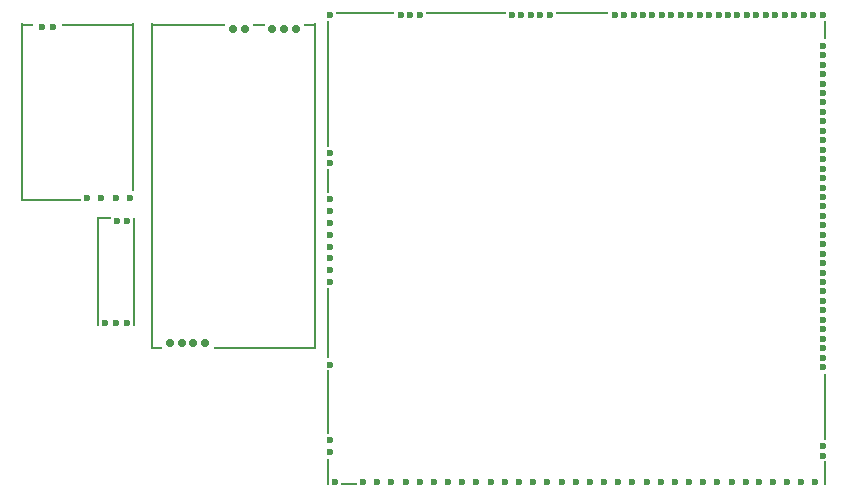
<source format=gbl>
G04 #@! TF.GenerationSoftware,KiCad,Pcbnew,8.0.9-8.0.9-0~ubuntu24.04.1*
G04 #@! TF.CreationDate,2025-05-16T08:34:18+00:00*
G04 #@! TF.ProjectId,EP91Starlet,45503931-5374-4617-926c-65742e6b6963,rev?*
G04 #@! TF.SameCoordinates,Original*
G04 #@! TF.FileFunction,Copper,L2,Bot*
G04 #@! TF.FilePolarity,Positive*
%FSLAX46Y46*%
G04 Gerber Fmt 4.6, Leading zero omitted, Abs format (unit mm)*
G04 Created by KiCad (PCBNEW 8.0.9-8.0.9-0~ubuntu24.04.1) date 2025-05-16 08:34:18*
%MOMM*%
%LPD*%
G01*
G04 APERTURE LIST*
G04 #@! TA.AperFunction,ComponentPad*
%ADD10C,0.600000*%
G04 #@! TD*
G04 #@! TA.AperFunction,SMDPad,CuDef*
%ADD11R,6.185000X0.250000*%
G04 #@! TD*
G04 #@! TA.AperFunction,SMDPad,CuDef*
%ADD12R,1.115000X0.250000*%
G04 #@! TD*
G04 #@! TA.AperFunction,SMDPad,CuDef*
%ADD13R,0.250000X14.275000*%
G04 #@! TD*
G04 #@! TA.AperFunction,SMDPad,CuDef*
%ADD14R,0.250000X15.100000*%
G04 #@! TD*
G04 #@! TA.AperFunction,SMDPad,CuDef*
%ADD15R,5.175000X0.250000*%
G04 #@! TD*
G04 #@! TA.AperFunction,SMDPad,CuDef*
%ADD16O,1.225000X0.200000*%
G04 #@! TD*
G04 #@! TA.AperFunction,SMDPad,CuDef*
%ADD17O,0.200000X9.300000*%
G04 #@! TD*
G04 #@! TA.AperFunction,SMDPad,CuDef*
%ADD18R,0.200000X2.300000*%
G04 #@! TD*
G04 #@! TA.AperFunction,SMDPad,CuDef*
%ADD19R,0.200000X10.700000*%
G04 #@! TD*
G04 #@! TA.AperFunction,SMDPad,CuDef*
%ADD20R,0.200000X2.100000*%
G04 #@! TD*
G04 #@! TA.AperFunction,SMDPad,CuDef*
%ADD21R,0.200000X6.000000*%
G04 #@! TD*
G04 #@! TA.AperFunction,SMDPad,CuDef*
%ADD22R,0.200000X5.400000*%
G04 #@! TD*
G04 #@! TA.AperFunction,SMDPad,CuDef*
%ADD23R,1.400000X0.200000*%
G04 #@! TD*
G04 #@! TA.AperFunction,SMDPad,CuDef*
%ADD24R,5.000000X0.200000*%
G04 #@! TD*
G04 #@! TA.AperFunction,SMDPad,CuDef*
%ADD25R,6.800000X0.200000*%
G04 #@! TD*
G04 #@! TA.AperFunction,SMDPad,CuDef*
%ADD26R,4.500000X0.200000*%
G04 #@! TD*
G04 #@! TA.AperFunction,SMDPad,CuDef*
%ADD27R,0.200000X1.600000*%
G04 #@! TD*
G04 #@! TA.AperFunction,SMDPad,CuDef*
%ADD28R,0.200000X5.700000*%
G04 #@! TD*
G04 #@! TA.AperFunction,SMDPad,CuDef*
%ADD29R,0.200000X2.000000*%
G04 #@! TD*
G04 #@! TA.AperFunction,ComponentPad*
%ADD30C,0.700000*%
G04 #@! TD*
G04 #@! TA.AperFunction,SMDPad,CuDef*
%ADD31R,1.100000X0.250000*%
G04 #@! TD*
G04 #@! TA.AperFunction,SMDPad,CuDef*
%ADD32R,0.980000X0.250000*%
G04 #@! TD*
G04 #@! TA.AperFunction,SMDPad,CuDef*
%ADD33R,6.300000X0.250000*%
G04 #@! TD*
G04 #@! TA.AperFunction,SMDPad,CuDef*
%ADD34R,0.250000X27.600000*%
G04 #@! TD*
G04 #@! TA.AperFunction,SMDPad,CuDef*
%ADD35R,8.750000X0.250000*%
G04 #@! TD*
G04 #@! TA.AperFunction,SMDPad,CuDef*
%ADD36R,0.950000X0.250000*%
G04 #@! TD*
G04 APERTURE END LIST*
D10*
G04 #@! TO.P,M3,E1,HALL_EN*
G04 #@! TO.N,unconnected-(M3-HALL_EN-PadE1)*
X30180001Y53830000D03*
G04 #@! TO.P,M3,E2,NC*
G04 #@! TO.N,unconnected-(M3-NC-PadE2)*
X28980001Y53830000D03*
G04 #@! TO.P,M3,E3,OUT*
G04 #@! TO.N,unconnected-(M3-OUT-PadE3)*
X31380001Y53830000D03*
G04 #@! TO.P,M3,E4,V5_IN*
G04 #@! TO.N,unconnected-(M3-V5_IN-PadE4)*
X32580001Y53830000D03*
D11*
G04 #@! TO.P,M3,G,GND*
G04 #@! TO.N,unconnected-(M3-GND-PadG)*
X29912501Y68480000D03*
D12*
X23862501Y68480000D03*
D13*
X32880001Y61467500D03*
D14*
X23430001Y61055000D03*
D15*
X25892501Y53630000D03*
D10*
G04 #@! TO.P,M3,W1,VR-/HALL*
G04 #@! TO.N,unconnected-(M3-VR-{slash}HALL-PadW1)*
X26120001Y68255000D03*
G04 #@! TO.P,M3,W2,VR+*
G04 #@! TO.N,unconnected-(M3-VR+-PadW2)*
X25120001Y68255000D03*
G04 #@! TD*
G04 #@! TO.P,M4,E1,V5A*
G04 #@! TO.N,unconnected-(M4-V5A-PadE1)*
X32379998Y43180000D03*
D16*
G04 #@! TO.P,M4,E2,GND*
G04 #@! TO.N,unconnected-(M4-GND-PadE2)*
X30404998Y52080000D03*
D17*
X32979998Y47530000D03*
X29879998Y47530000D03*
D10*
X31429998Y43180000D03*
G04 #@! TO.P,M4,E3,OUT_KNOCK*
G04 #@! TO.N,unconnected-(M4-OUT_KNOCK-PadE3)*
X30480000Y43180000D03*
G04 #@! TO.P,M4,W1,IN_KNOCK*
G04 #@! TO.N,unconnected-(M4-IN_KNOCK-PadW1)*
X31479998Y51880000D03*
G04 #@! TO.P,M4,W2,VREF*
G04 #@! TO.N,unconnected-(M4-VREF-PadW2)*
X32379998Y51880000D03*
G04 #@! TD*
G04 #@! TO.P,M1,E1,SPI2_SCK*
G04 #@! TO.N,unconnected-(M1-SPI2_SCK-PadE1)*
X91240000Y66679993D03*
G04 #@! TO.P,M1,E2,SPI2_MISO*
G04 #@! TO.N,unconnected-(M1-SPI2_MISO-PadE2)*
X91240000Y65879992D03*
G04 #@! TO.P,M1,E3,SPI2_MOSI*
G04 #@! TO.N,unconnected-(M1-SPI2_MOSI-PadE3)*
X91240000Y65079994D03*
G04 #@! TO.P,M1,E4,SPI2_CS*
G04 #@! TO.N,unconnected-(M1-SPI2_CS-PadE4)*
X91240000Y64279993D03*
G04 #@! TO.P,M1,E6*
G04 #@! TO.N,N/C*
X91240000Y63479992D03*
G04 #@! TO.P,M1,E7*
X91239997Y62679994D03*
G04 #@! TO.P,M1,E8*
X91239997Y61879993D03*
G04 #@! TO.P,M1,E9*
X91240000Y61079989D03*
G04 #@! TO.P,M1,E10*
X91240000Y60279993D03*
G04 #@! TO.P,M1,E11*
X91240000Y59479993D03*
G04 #@! TO.P,M1,E12*
X91240000Y58679992D03*
G04 #@! TO.P,M1,E13*
X91239997Y57879993D03*
G04 #@! TO.P,M1,E14,OUT_PWM5*
G04 #@! TO.N,unconnected-(M1-OUT_PWM5-PadE14)*
X91239997Y57079992D03*
G04 #@! TO.P,M1,E15,OUT_PWM4*
G04 #@! TO.N,unconnected-(M1-OUT_PWM4-PadE15)*
X91239997Y56279991D03*
G04 #@! TO.P,M1,E16,OUT_PWM3*
G04 #@! TO.N,unconnected-(M1-OUT_PWM3-PadE16)*
X91240000Y55479993D03*
G04 #@! TO.P,M1,E17,OUT_PWM2*
G04 #@! TO.N,unconnected-(M1-OUT_PWM2-PadE17)*
X91240000Y54679992D03*
G04 #@! TO.P,M1,E18*
G04 #@! TO.N,N/C*
X91240000Y53879994D03*
G04 #@! TO.P,M1,E19*
X91239997Y53079993D03*
G04 #@! TO.P,M1,E20*
X91239997Y52279992D03*
G04 #@! TO.P,M1,E21*
X91240000Y51479993D03*
G04 #@! TO.P,M1,E22*
X91240000Y50679992D03*
G04 #@! TO.P,M1,E23*
X91240000Y49879991D03*
G04 #@! TO.P,M1,E24*
X91240000Y49079993D03*
G04 #@! TO.P,M1,E25*
X91240000Y48279992D03*
G04 #@! TO.P,M1,E26,OUT_PWM6*
G04 #@! TO.N,unconnected-(M1-OUT_PWM6-PadE26)*
X91240000Y47479994D03*
G04 #@! TO.P,M1,E27,OUT_PWM1*
G04 #@! TO.N,unconnected-(M1-OUT_PWM1-PadE27)*
X91240000Y46679993D03*
G04 #@! TO.P,M1,E28*
G04 #@! TO.N,N/C*
X91240000Y45879992D03*
G04 #@! TO.P,M1,E29*
X91240000Y45079993D03*
G04 #@! TO.P,M1,E30*
X91240000Y44279992D03*
G04 #@! TO.P,M1,E31*
X91239997Y43479994D03*
G04 #@! TO.P,M1,E32*
X91240000Y42679991D03*
G04 #@! TO.P,M1,E33*
X91240000Y41879992D03*
G04 #@! TO.P,M1,E34*
X91240000Y41079994D03*
G04 #@! TO.P,M1,E35*
X91240000Y40279993D03*
G04 #@! TO.P,M1,E36*
X91240000Y39479992D03*
G04 #@! TO.P,M1,E38,V5A_SWITCHABLE*
G04 #@! TO.N,unconnected-(M1-V5A_SWITCHABLE-PadE38)*
X91239997Y32779998D03*
G04 #@! TO.P,M1,E39,GNDA*
G04 #@! TO.N,unconnected-(M1-GNDA-PadE39)*
X91240000Y31979997D03*
D18*
G04 #@! TO.P,M1,G,GND*
G04 #@! TO.N,unconnected-(M1-GND-PadG)*
X49339995Y30629997D03*
D19*
X49339997Y63429995D03*
D20*
X49339997Y55229996D03*
D21*
X49339997Y43179997D03*
D22*
X49339997Y36480000D03*
D23*
X51140004Y29579994D03*
D24*
X52539999Y69479995D03*
D25*
X61040002Y69479995D03*
D26*
X70890005Y69479995D03*
D27*
X91440000Y67979996D03*
D28*
X91440000Y36129993D03*
D29*
X91440000Y30480000D03*
D10*
G04 #@! TO.P,M1,N1,USBID*
G04 #@! TO.N,unconnected-(M1-USBID-PadN1)*
X91240000Y69279996D03*
G04 #@! TO.P,M1,N2,USBM*
G04 #@! TO.N,unconnected-(M1-USBM-PadN2)*
X90440002Y69279998D03*
G04 #@! TO.P,M1,N3,USBP*
G04 #@! TO.N,unconnected-(M1-USBP-PadN3)*
X89640001Y69279998D03*
G04 #@! TO.P,M1,N4,VBUS*
G04 #@! TO.N,unconnected-(M1-VBUS-PadN4)*
X88840002Y69279996D03*
G04 #@! TO.P,M1,N5,BOOT0_(PD)*
G04 #@! TO.N,unconnected-(M1-BOOT0_(PD)-PadN5)*
X88040001Y69279996D03*
G04 #@! TO.P,M1,N6,SWO*
G04 #@! TO.N,unconnected-(M1-SWO-PadN6)*
X87240000Y69279996D03*
G04 #@! TO.P,M1,N7,SWDIO*
G04 #@! TO.N,unconnected-(M1-SWDIO-PadN7)*
X86440002Y69279996D03*
G04 #@! TO.P,M1,N8,SWCLK*
G04 #@! TO.N,unconnected-(M1-SWCLK-PadN8)*
X85640001Y69279998D03*
G04 #@! TO.P,M1,N9,nReset*
G04 #@! TO.N,unconnected-(M1-nReset-PadN9)*
X84840003Y69279996D03*
G04 #@! TO.P,M1,N10,BOOT1_(PD)*
G04 #@! TO.N,unconnected-(M1-BOOT1_(PD)-PadN10)*
X84040002Y69279996D03*
G04 #@! TO.P,M1,N11,SPI1_SCK*
G04 #@! TO.N,unconnected-(M1-SPI1_SCK-PadN11)*
X83240001Y69279996D03*
G04 #@! TO.P,M1,N12,SPI1_MISO*
G04 #@! TO.N,unconnected-(M1-SPI1_MISO-PadN12)*
X82440000Y69279996D03*
G04 #@! TO.P,M1,N13,SPI1_MOSI*
G04 #@! TO.N,unconnected-(M1-SPI1_MOSI-PadN13)*
X81640001Y69279996D03*
G04 #@! TO.P,M1,N14,I2C_SCL*
G04 #@! TO.N,unconnected-(M1-I2C_SCL-PadN14)*
X80840000Y69279996D03*
G04 #@! TO.P,M1,N15,I2C_SDA*
G04 #@! TO.N,unconnected-(M1-I2C_SDA-PadN15)*
X80039999Y69279998D03*
G04 #@! TO.P,M1,N16,OUT_LED_RED_(PU)*
G04 #@! TO.N,unconnected-(M1-OUT_LED_RED_(PU)-PadN16)*
X79239999Y69279998D03*
G04 #@! TO.P,M1,N17,UART3_TX*
G04 #@! TO.N,unconnected-(M1-UART3_TX-PadN17)*
X78440000Y69279996D03*
G04 #@! TO.P,M1,N18,UART3_RX*
G04 #@! TO.N,unconnected-(M1-UART3_RX-PadN18)*
X77639999Y69279996D03*
G04 #@! TO.P,M1,N19,OUT_LED_BLUE_(PU)*
G04 #@! TO.N,unconnected-(M1-OUT_LED_BLUE_(PU)-PadN19)*
X76840001Y69279996D03*
G04 #@! TO.P,M1,N20*
G04 #@! TO.N,N/C*
X76040000Y69279996D03*
G04 #@! TO.P,M1,N21*
X75240001Y69279998D03*
G04 #@! TO.P,M1,N22,V33*
G04 #@! TO.N,unconnected-(M1-V33-PadN22)*
X74440000Y69279996D03*
G04 #@! TO.P,M1,N23*
G04 #@! TO.N,N/C*
X73640000Y69279996D03*
G04 #@! TO.P,M1,N24,UART6_RX*
G04 #@! TO.N,unconnected-(M1-UART6_RX-PadN24)*
X68140000Y69279996D03*
G04 #@! TO.P,M1,N25,UART6_TX*
G04 #@! TO.N,unconnected-(M1-UART6_TX-PadN25)*
X67339999Y69279996D03*
G04 #@! TO.P,M1,N26*
G04 #@! TO.N,N/C*
X66540001Y69279996D03*
G04 #@! TO.P,M1,N27,VBAT*
G04 #@! TO.N,unconnected-(M1-VBAT-PadN27)*
X65740003Y69279996D03*
G04 #@! TO.P,M1,N28,V33_SWITCHABLE*
G04 #@! TO.N,unconnected-(M1-V33_SWITCHABLE-PadN28)*
X64940004Y69279996D03*
G04 #@! TO.P,M1,N29,OUT_PWR_EN*
G04 #@! TO.N,unconnected-(M1-OUT_PWR_EN-PadN29)*
X57140000Y69279996D03*
G04 #@! TO.P,M1,N30,V5A_SWITCHABLE*
G04 #@! TO.N,unconnected-(M1-V5A_SWITCHABLE-PadN30)*
X56340001Y69279996D03*
G04 #@! TO.P,M1,N31,VCC*
G04 #@! TO.N,unconnected-(M1-VCC-PadN31)*
X55540003Y69279996D03*
G04 #@! TO.P,M1,N32,V33*
G04 #@! TO.N,unconnected-(M1-V33-PadN32)*
X49539999Y69279996D03*
G04 #@! TO.P,M1,S1*
G04 #@! TO.N,N/C*
X90639999Y29779991D03*
G04 #@! TO.P,M1,S2*
X89439998Y29779993D03*
G04 #@! TO.P,M1,S3*
X88240001Y29779993D03*
G04 #@! TO.P,M1,S4*
X87040001Y29779991D03*
G04 #@! TO.P,M1,S5,VREF2*
G04 #@! TO.N,unconnected-(M1-VREF2-PadS5)*
X85840001Y29779993D03*
G04 #@! TO.P,M1,S6*
G04 #@! TO.N,N/C*
X84740013Y29779993D03*
G04 #@! TO.P,M1,S7*
X83540013Y29779993D03*
G04 #@! TO.P,M1,S8*
X82340015Y29779991D03*
G04 #@! TO.P,M1,S9*
X81140015Y29779993D03*
G04 #@! TO.P,M1,S10*
X79940012Y29779993D03*
G04 #@! TO.P,M1,S11*
X78740010Y29779991D03*
G04 #@! TO.P,M1,S12*
X77540012Y29779993D03*
G04 #@! TO.P,M1,S13*
X76340014Y29779993D03*
G04 #@! TO.P,M1,S14*
X75140007Y29779993D03*
G04 #@! TO.P,M1,S15*
X73940007Y29779993D03*
G04 #@! TO.P,M1,S16*
X72740009Y29779993D03*
G04 #@! TO.P,M1,S17*
X71540009Y29779993D03*
G04 #@! TO.P,M1,S18*
X70340004Y29779993D03*
G04 #@! TO.P,M1,S19*
X69140003Y29779993D03*
G04 #@! TO.P,M1,S20*
X67940006Y29779991D03*
G04 #@! TO.P,M1,S21*
X66740006Y29779993D03*
G04 #@! TO.P,M1,S22,IN_ADC4/EINT4*
G04 #@! TO.N,unconnected-(M1-IN_ADC4{slash}EINT4-PadS22)*
X65540003Y29779991D03*
G04 #@! TO.P,M1,S23,IN_ADC5/EINT5*
G04 #@! TO.N,unconnected-(M1-IN_ADC5{slash}EINT5-PadS23)*
X64340003Y29779993D03*
G04 #@! TO.P,M1,S24,IN_ADC6/EINT6*
G04 #@! TO.N,unconnected-(M1-IN_ADC6{slash}EINT6-PadS24)*
X63140008Y29779993D03*
G04 #@! TO.P,M1,S25,IN_ADC7/EINT7*
G04 #@! TO.N,unconnected-(M1-IN_ADC7{slash}EINT7-PadS25)*
X61940005Y29779991D03*
G04 #@! TO.P,M1,S26,IN_ADC10/EINT0_(VR_CRK)*
G04 #@! TO.N,unconnected-(M1-IN_ADC10{slash}EINT0_(VR_CRK)-PadS26)*
X60740000Y29779993D03*
G04 #@! TO.P,M1,S27,IN_ADC11/EINT1*
G04 #@! TO.N,unconnected-(M1-IN_ADC11{slash}EINT1-PadS27)*
X59540000Y29779991D03*
G04 #@! TO.P,M1,S28,IN_ADC14/EINT4*
G04 #@! TO.N,unconnected-(M1-IN_ADC14{slash}EINT4-PadS28)*
X58340002Y29779993D03*
G04 #@! TO.P,M1,S29,IN_ADC15/EINT5*
G04 #@! TO.N,unconnected-(M1-IN_ADC15{slash}EINT5-PadS29)*
X57140002Y29779993D03*
G04 #@! TO.P,M1,S30,IN_ADC0/EINT0/CAN1_WKUP*
G04 #@! TO.N,unconnected-(M1-IN_ADC0{slash}EINT0{slash}CAN1_WKUP-PadS30)*
X55939997Y29779993D03*
G04 #@! TO.P,M1,S31,IN_ADC1/EINT1/SENT*
G04 #@! TO.N,unconnected-(M1-IN_ADC1{slash}EINT1{slash}SENT-PadS31)*
X54739997Y29779993D03*
G04 #@! TO.P,M1,S32,IN_ADC2/EINT2*
G04 #@! TO.N,unconnected-(M1-IN_ADC2{slash}EINT2-PadS32)*
X53539999Y29779993D03*
G04 #@! TO.P,M1,S33,IN_ADC3/EINT3*
G04 #@! TO.N,unconnected-(M1-IN_ADC3{slash}EINT3-PadS33)*
X52339999Y29779993D03*
G04 #@! TO.P,M1,S35,VREF1*
G04 #@! TO.N,unconnected-(M1-VREF1-PadS35)*
X49939999Y29779993D03*
G04 #@! TO.P,M1,W1,GNDA*
G04 #@! TO.N,unconnected-(M1-GNDA-PadW1)*
X49539997Y32279996D03*
G04 #@! TO.P,M1,W2,V5A_SWITCHABLE*
G04 #@! TO.N,unconnected-(M1-V5A_SWITCHABLE-PadW2)*
X49539997Y33279997D03*
G04 #@! TO.P,M1,W3*
G04 #@! TO.N,N/C*
X49539999Y39679999D03*
G04 #@! TO.P,M1,W4*
X49539999Y46679995D03*
G04 #@! TO.P,M1,W5*
X49539999Y47679996D03*
G04 #@! TO.P,M1,W6*
X49539999Y48679994D03*
G04 #@! TO.P,M1,W7*
X49539999Y49679994D03*
G04 #@! TO.P,M1,W8,CAN2H*
G04 #@! TO.N,unconnected-(M1-CAN2H-PadW8)*
X49539999Y50679995D03*
G04 #@! TO.P,M1,W9,CAN2L*
G04 #@! TO.N,unconnected-(M1-CAN2L-PadW9)*
X49539999Y51679993D03*
G04 #@! TO.P,M1,W10*
G04 #@! TO.N,N/C*
X49539999Y52679993D03*
G04 #@! TO.P,M1,W11*
X49539999Y53679991D03*
G04 #@! TO.P,M1,W12,CAN1H*
G04 #@! TO.N,unconnected-(M1-CAN1H-PadW12)*
X49539999Y56779995D03*
G04 #@! TO.P,M1,W13,CAN1L*
G04 #@! TO.N,unconnected-(M1-CAN1L-PadW13)*
X49539999Y57579996D03*
G04 #@! TD*
D30*
G04 #@! TO.P,M2,E1,LSU_Un*
G04 #@! TO.N,unconnected-(M2-LSU_Un-PadE1)*
X35980001Y41480000D03*
G04 #@! TO.P,M2,E2,LSU_Vm*
G04 #@! TO.N,unconnected-(M2-LSU_Vm-PadE2)*
X38980001Y41480000D03*
G04 #@! TO.P,M2,E3,LSU_Ip*
G04 #@! TO.N,unconnected-(M2-LSU_Ip-PadE3)*
X37980001Y41480000D03*
G04 #@! TO.P,M2,E4,LSU_Rtrim*
G04 #@! TO.N,unconnected-(M2-LSU_Rtrim-PadE4)*
X36980001Y41480000D03*
D31*
G04 #@! TO.P,M2,G,GND*
G04 #@! TO.N,unconnected-(M2-GND-PadG)*
X47830001Y68455000D03*
D32*
X43490001Y68455000D03*
D33*
X37530001Y68455000D03*
D34*
X48255001Y54780000D03*
X34505001Y54780000D03*
D35*
X44005001Y41105000D03*
D36*
X34855001Y41105000D03*
D30*
G04 #@! TO.P,M2,W1,V5_IN*
G04 #@! TO.N,unconnected-(M2-V5_IN-PadW1)*
X45630001Y68071200D03*
G04 #@! TO.P,M2,W2,CAN_VIO*
G04 #@! TO.N,unconnected-(M2-CAN_VIO-PadW2)*
X44630001Y68071200D03*
G04 #@! TO.P,M2,W3,CANL*
G04 #@! TO.N,unconnected-(M2-CANL-PadW3)*
X41334001Y68071200D03*
G04 #@! TO.P,M2,W4,CANH*
G04 #@! TO.N,unconnected-(M2-CANH-PadW4)*
X42350001Y68071200D03*
G04 #@! TO.P,M2,W9,VDDA*
G04 #@! TO.N,unconnected-(M2-VDDA-PadW9)*
X46630001Y68071200D03*
G04 #@! TD*
M02*

</source>
